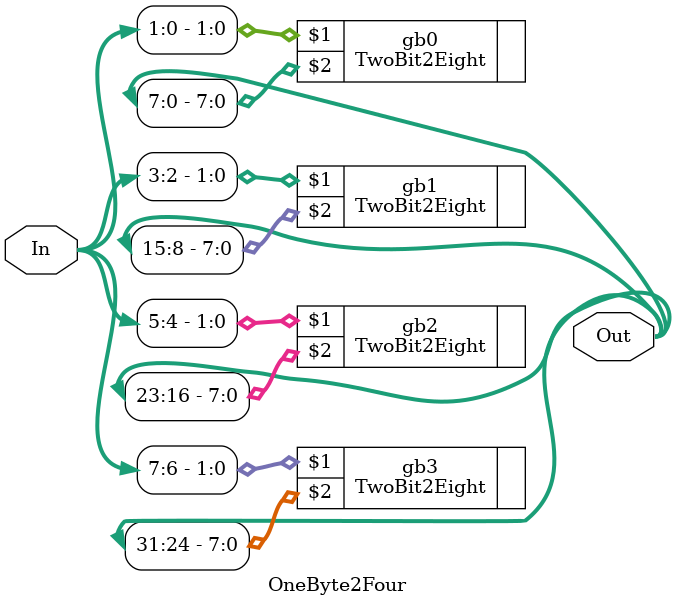
<source format=v>
`timescale 1ns / 1ps
module OneByte2Four(
    input [7:0] In,
    output [31:0] Out
    );

	TwoBit2Eight gb0(In[1:0],Out[7:0]);
	TwoBit2Eight gb1(In[3:2],Out[15:8]);
	TwoBit2Eight gb2(In[5:4],Out[23:16]);
	TwoBit2Eight gb3(In[7:6],Out[31:24]);

endmodule

</source>
